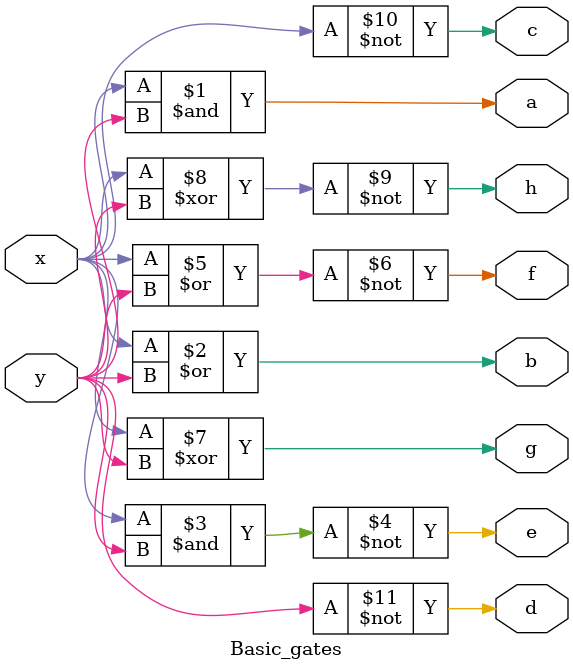
<source format=v>
`timescale 10ns / 1ps

module Basic_gates(
    input x,
    input y,
    output a,b,c,d,e,f,g,h
    );
and(a,x,y);
or(b,x,y);
not(c,x);
not(d,y);
nand(e,x,y);
nor(f,x,y);
xor(g,x,y);
xnor(h,x,y);


endmodule

</source>
